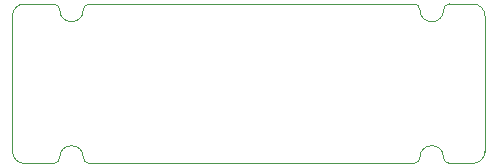
<source format=gm1>
%TF.GenerationSoftware,KiCad,Pcbnew,(6.0.5)*%
%TF.CreationDate,2023-09-23T13:50:41+09:00*%
%TF.ProjectId,20230918_Barcoder8,32303233-3039-4313-985f-426172636f64,rev?*%
%TF.SameCoordinates,Original*%
%TF.FileFunction,Profile,NP*%
%FSLAX46Y46*%
G04 Gerber Fmt 4.6, Leading zero omitted, Abs format (unit mm)*
G04 Created by KiCad (PCBNEW (6.0.5)) date 2023-09-23 13:50:41*
%MOMM*%
%LPD*%
G01*
G04 APERTURE LIST*
%TA.AperFunction,Profile*%
%ADD10C,0.100000*%
%TD*%
G04 APERTURE END LIST*
D10*
X128500000Y-72000000D02*
X156000000Y-72000000D01*
X128500000Y-72000000D02*
G75*
G03*
X128000000Y-72500000I0J-500000D01*
G01*
X126000000Y-72500000D02*
G75*
G03*
X128000000Y-72500000I1000000J0D01*
G01*
X159000000Y-72000000D02*
X161000000Y-72000000D01*
X159000000Y-72000000D02*
G75*
G03*
X158500000Y-72500000I0J-500000D01*
G01*
X123000000Y-72000000D02*
G75*
G03*
X122000000Y-73000000I0J-1000000D01*
G01*
X162000000Y-73000000D02*
G75*
G03*
X161000000Y-72000000I-1000000J0D01*
G01*
X125500000Y-85500000D02*
G75*
G03*
X126000000Y-85000000I0J500000D01*
G01*
X122000000Y-84500000D02*
X122000000Y-73000000D01*
X125500000Y-85500000D02*
X123000000Y-85500000D01*
X162000000Y-73000000D02*
X162000000Y-84500000D01*
X161000000Y-85500000D02*
X159000000Y-85500000D01*
X123000000Y-72000000D02*
X125500000Y-72000000D01*
X126000000Y-72500000D02*
G75*
G03*
X125500000Y-72000000I-500000J0D01*
G01*
X156500000Y-72500000D02*
G75*
G03*
X158500000Y-72500000I1000000J0D01*
G01*
X156500000Y-72500000D02*
G75*
G03*
X156000000Y-72000000I-500000J0D01*
G01*
X122000000Y-84500000D02*
G75*
G03*
X123000000Y-85500000I1000000J0D01*
G01*
X128000000Y-85000000D02*
G75*
G03*
X128500000Y-85500000I500000J0D01*
G01*
X158500000Y-85000000D02*
G75*
G03*
X156500000Y-85000000I-1000000J0D01*
G01*
X161000000Y-85500000D02*
G75*
G03*
X162000000Y-84500000I0J1000000D01*
G01*
X156000000Y-85500000D02*
G75*
G03*
X156500000Y-85000000I0J500000D01*
G01*
X158500000Y-85000000D02*
G75*
G03*
X159000000Y-85500000I500000J0D01*
G01*
X156000000Y-85500000D02*
X128500000Y-85500000D01*
X128000000Y-85000000D02*
G75*
G03*
X126000000Y-85000000I-1000000J0D01*
G01*
M02*

</source>
